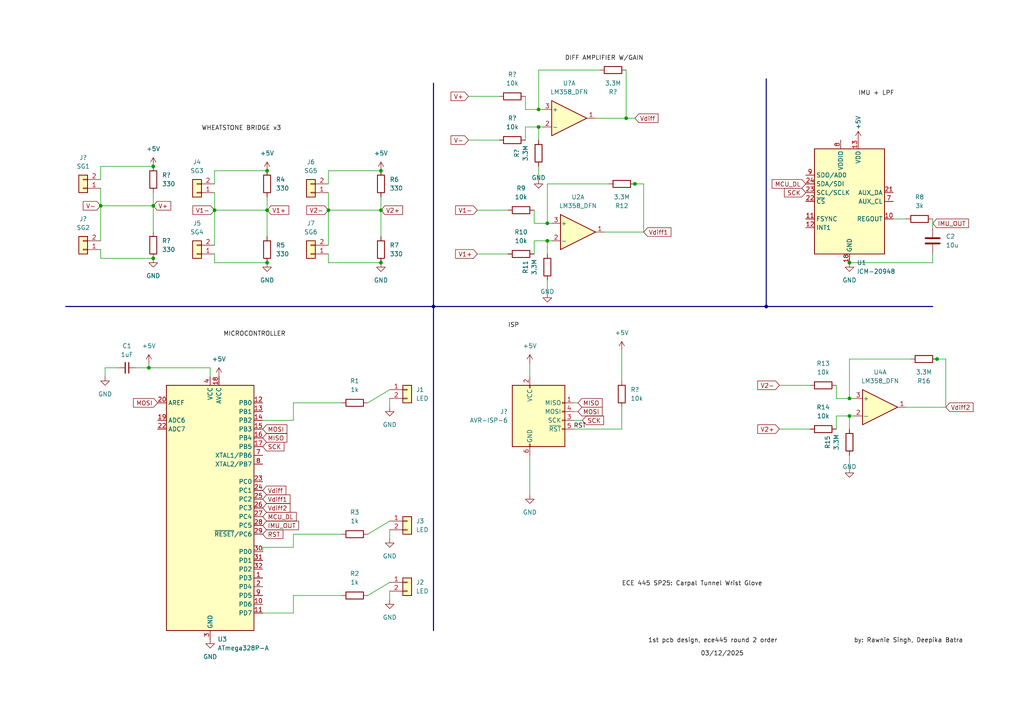
<source format=kicad_sch>
(kicad_sch (version 20250114) (generator "eeschema") (generator_version "9.0")
  (paper "A4")
  (lib_symbols
    (symbol "Amplifier_Operational:LM358_DFN" (pin_names (offset 0.127))
      (property "Reference" "U" (at 0 5.08 0))
      (property "Value" "LM358_DFN" (at 0 -5.08 0))
      (symbol "LM358_DFN_1_1"
        (polyline (pts (xy -5.08 5.08) (xy 5.08 0) (xy -5.08 -5.08) (xy -5.08 5.08)) (stroke (width 0.254)) (fill (type background)))
        (pin input line (at -7.62 2.54 0) (length 2.54) (name "+") (number "3"))
        (pin input line (at -7.62 -2.54 0) (length 2.54) (name "-") (number "2"))
        (pin output line (at 7.62 0 180) (length 2.54) (name "~") (number "1"))
      )
      (symbol "LM358_DFN_2_1"
        (polyline (pts (xy -5.08 5.08) (xy 5.08 0) (xy -5.08 -5.08) (xy -5.08 5.08)) (stroke (width 0.254)) (fill (type background)))
        (pin input line (at -7.62 2.54 0) (length 2.54) (name "+") (number "5"))
        (pin input line (at -7.62 -2.54 0) (length 2.54) (name "-") (number "6"))
        (pin output line (at 7.62 0 180) (length 2.54) (name "~") (number "7"))
      )
      (symbol "LM358_DFN_3_1"
        (pin power_in line (at -2.54 7.62 270) (length 3.81) (name "V+") (number "8"))
        (pin power_in line (at -2.54 -7.62 90) (length 3.81) (name "V-") (number "4"))
        (pin power_in line (at 0 -7.62 90) (length 5.08) (name "PAD") (number "9"))
      )
    )
    (symbol "Connector:AVR-ISP-6" (pin_names (offset 1.016))
      (property "Reference" "J" (at -6.35 11.43 0))
      (property "Value" "AVR-ISP-6" (at 0 11.43 0))
      (symbol "AVR-ISP-6_0_1"
        (rectangle (start -2.667 10.16) (end -2.413 9.398))
        (rectangle (start -2.667 -6.858) (end -2.413 -7.62))
        (rectangle (start 7.62 10.16) (end -7.62 -7.62) (stroke (width 0.254)) (fill (type background)))
        (rectangle (start 7.62 5.207) (end 6.858 4.953))
        (rectangle (start 7.62 2.667) (end 6.858 2.413))
        (rectangle (start 7.62 0.127) (end 6.858 -0.127))
        (rectangle (start 7.62 -2.413) (end 6.858 -2.667))
      )
      (symbol "AVR-ISP-6_1_1"
        (pin passive line (at -2.54 12.7 270) (length 2.54) (name "VCC") (number "2"))
        (pin passive line (at -2.54 -10.16 90) (length 2.54) (name "GND") (number "6"))
        (pin passive line (at 10.16 5.08 180) (length 2.54) (name "MISO") (number "1"))
        (pin passive line (at 10.16 2.54 180) (length 2.54) (name "MOSI") (number "4"))
        (pin passive line (at 10.16 0 180) (length 2.54) (name "SCK") (number "3"))
        (pin passive line (at 10.16 -2.54 180) (length 2.54) (name "~{RST}") (number "5"))
      )
    )
    (symbol "Connector_Generic:Conn_01x02" (pin_names (offset 1.016) (hide yes))
      (property "Reference" "J" (at 0 2.54 0))
      (property "Value" "Conn_01x02" (at 0 -5.08 0))
      (symbol "Conn_01x02_1_1"
        (rectangle (start -1.27 1.27) (end 1.27 -3.81) (stroke (width 0.254)) (fill (type background)))
        (rectangle (start -1.27 0.127) (end 0 -0.127) (stroke (width 0.1524)))
        (rectangle (start -1.27 -2.413) (end 0 -2.667) (stroke (width 0.1524)))
        (pin passive line (at -5.08 0 0) (length 3.81) (name "Pin_1") (number "1"))
        (pin passive line (at -5.08 -2.54 0) (length 3.81) (name "Pin_2") (number "2"))
      )
    )
    (symbol "Device:C" (pin_numbers (hide yes)) (pin_names (offset 0.254))
      (property "Reference" "C" (at 0.635 2.54 0))
      (property "Value" "C" (at 0.635 -2.54 0))
      (symbol "C_0_1"
        (polyline (pts (xy -2.032 0.762) (xy 2.032 0.762)) (stroke (width 0.508)))
        (polyline (pts (xy -2.032 -0.762) (xy 2.032 -0.762)) (stroke (width 0.508)))
      )
      (symbol "C_1_1"
        (pin passive line (at 0 3.81 270) (length 2.794) (name "~") (number "1"))
        (pin passive line (at 0 -3.81 90) (length 2.794) (name "~") (number "2"))
      )
    )
    (symbol "Device:C_Small" (pin_numbers (hide yes)) (pin_names (offset 0.254) (hide yes))
      (property "Reference" "C" (at 0.254 1.778 0))
      (property "Value" "C_Small" (at 0.254 -2.032 0))
      (symbol "C_Small_0_1"
        (polyline (pts (xy -1.524 0.508) (xy 1.524 0.508)) (stroke (width 0.3048)))
        (polyline (pts (xy -1.524 -0.508) (xy 1.524 -0.508)) (stroke (width 0.3302)))
      )
      (symbol "C_Small_1_1"
        (pin passive line (at 0 2.54 270) (length 2.032) (name "~") (number "1"))
        (pin passive line (at 0 -2.54 90) (length 2.032) (name "~") (number "2"))
      )
    )
    (symbol "Device:R" (pin_numbers (hide yes)) (pin_names (offset 0))
      (property "Reference" "R" (at 2.032 0 90))
      (property "Value" "R" (at 0 0 90))
      (symbol "R_0_1"
        (rectangle (start -1.016 -2.54) (end 1.016 2.54) (stroke (width 0.254)))
      )
      (symbol "R_1_1"
        (pin passive line (at 0 3.81 270) (length 1.27) (name "~") (number "1"))
        (pin passive line (at 0 -3.81 90) (length 1.27) (name "~") (number "2"))
      )
    )
    (symbol "GND_1" (power) (pin_numbers (hide yes)) (pin_names (offset 0) (hide yes))
      (property "Value" "GND" (at 0 -3.81 0))
      (symbol "GND_1_0_1"
        (polyline (pts (xy 0 0) (xy 0 -1.27) (xy 1.27 -1.27) (xy 0 -2.54) (xy -1.27 -1.27) (xy 0 -1.27)))
      )
      (symbol "GND_1_1_1"
        (pin power_in line (at 0 0 270) (length 0) (name "~") (number "1"))
      )
    )
    (symbol "GND_2" (power) (pin_numbers (hide yes)) (pin_names (offset 0) (hide yes))
      (property "Value" "GND" (at 0 -3.81 0))
      (symbol "GND_2_0_1"
        (polyline (pts (xy 0 0) (xy 0 -1.27) (xy 1.27 -1.27) (xy 0 -2.54) (xy -1.27 -1.27) (xy 0 -1.27)))
      )
      (symbol "GND_2_1_1"
        (pin power_in line (at 0 0 270) (length 0) (name "~") (number "1"))
      )
    )
    (symbol "MCU_Microchip_ATmega:ATmega328P-A"
      (property "Reference" "U" (at -12.7 36.83 0))
      (property "Value" "ATmega328P-A" (at 2.54 -36.83 0))
      (symbol "ATmega328P-A_0_1"
        (rectangle (start -12.7 -35.56) (end 12.7 35.56) (stroke (width 0.254)) (fill (type background)))
      )
      (symbol "ATmega328P-A_1_1"
        (pin passive line (at -15.24 30.48 0) (length 2.54) (name "AREF") (number "20"))
        (pin input line (at -15.24 25.4 0) (length 2.54) (name "ADC6") (number "19"))
        (pin input line (at -15.24 22.86 0) (length 2.54) (name "ADC7") (number "22"))
        (pin power_in line (at 0 38.1 270) (length 2.54) (name "VCC") (number "4"))
        (pin passive line (at 0 38.1 270) (length 2.54) (hide yes) (name "VCC") (number "6"))
        (pin passive line (at 0 -38.1 90) (length 2.54) (hide yes) (name "GND") (number "21"))
        (pin power_in line (at 0 -38.1 90) (length 2.54) (name "GND") (number "3"))
        (pin passive line (at 0 -38.1 90) (length 2.54) (hide yes) (name "GND") (number "5"))
        (pin power_in line (at 2.54 38.1 270) (length 2.54) (name "AVCC") (number "18"))
        (pin bidirectional line (at 15.24 30.48 180) (length 2.54) (name "PB0") (number "12"))
        (pin bidirectional line (at 15.24 27.94 180) (length 2.54) (name "PB1") (number "13"))
        (pin bidirectional line (at 15.24 25.4 180) (length 2.54) (name "PB2") (number "14"))
        (pin bidirectional line (at 15.24 22.86 180) (length 2.54) (name "PB3") (number "15"))
        (pin bidirectional line (at 15.24 20.32 180) (length 2.54) (name "PB4") (number "16"))
        (pin bidirectional line (at 15.24 17.78 180) (length 2.54) (name "PB5") (number "17"))
        (pin bidirectional line (at 15.24 15.24 180) (length 2.54) (name "XTAL1/PB6") (number "7"))
        (pin bidirectional line (at 15.24 12.7 180) (length 2.54) (name "XTAL2/PB7") (number "8"))
        (pin bidirectional line (at 15.24 7.62 180) (length 2.54) (name "PC0") (number "23"))
        (pin bidirectional line (at 15.24 5.08 180) (length 2.54) (name "PC1") (number "24"))
        (pin bidirectional line (at 15.24 2.54 180) (length 2.54) (name "PC2") (number "25"))
        (pin bidirectional line (at 15.24 0 180) (length 2.54) (name "PC3") (number "26"))
        (pin bidirectional line (at 15.24 -2.54 180) (length 2.54) (name "PC4") (number "27"))
        (pin bidirectional line (at 15.24 -5.08 180) (length 2.54) (name "PC5") (number "28"))
        (pin bidirectional line (at 15.24 -7.62 180) (length 2.54) (name "~{RESET}/PC6") (number "29"))
        (pin bidirectional line (at 15.24 -12.7 180) (length 2.54) (name "PD0") (number "30"))
        (pin bidirectional line (at 15.24 -15.24 180) (length 2.54) (name "PD1") (number "31"))
        (pin bidirectional line (at 15.24 -17.78 180) (length 2.54) (name "PD2") (number "32"))
        (pin bidirectional line (at 15.24 -20.32 180) (length 2.54) (name "PD3") (number "1"))
        (pin bidirectional line (at 15.24 -22.86 180) (length 2.54) (name "PD4") (number "2"))
        (pin bidirectional line (at 15.24 -25.4 180) (length 2.54) (name "PD5") (number "9"))
        (pin bidirectional line (at 15.24 -27.94 180) (length 2.54) (name "PD6") (number "10"))
        (pin bidirectional line (at 15.24 -30.48 180) (length 2.54) (name "PD7") (number "11"))
      )
    )
    (symbol "Sensor_Motion:ICM-20948"
      (property "Reference" "U" (at -11.43 16.51 0))
      (property "Value" "ICM-20948" (at 7.62 -16.51 0))
      (symbol "ICM-20948_0_1"
        (rectangle (start -10.16 15.24) (end 10.16 -15.24) (stroke (width 0.254)) (fill (type background)))
      )
      (symbol "ICM-20948_1_1"
        (pin bidirectional line (at -12.7 7.62 0) (length 2.54) (name "SDO/AD0") (number "9"))
        (pin bidirectional line (at -12.7 5.08 0) (length 2.54) (name "SDA/SDI") (number "24"))
        (pin input line (at -12.7 2.54 0) (length 2.54) (name "SCL/SCLK") (number "23"))
        (pin input line (at -12.7 0 0) (length 2.54) (name "~{CS}") (number "22"))
        (pin input line (at -12.7 -5.08 0) (length 2.54) (name "FSYNC") (number "11"))
        (pin output line (at -12.7 -7.62 0) (length 2.54) (name "INT1") (number "12"))
        (pin no_connect line (at -10.16 12.7 0) (length 2.54) (hide yes) (name "NC") (number "1"))
        (pin no_connect line (at -10.16 10.16 0) (length 2.54) (hide yes) (name "NC") (number "2"))
        (pin no_connect line (at -10.16 -2.54 0) (length 2.54) (hide yes) (name "NC") (number "3"))
        (pin no_connect line (at -10.16 -10.16 0) (length 2.54) (hide yes) (name "NC") (number "4"))
        (pin no_connect line (at -10.16 -12.7 0) (length 2.54) (hide yes) (name "NC") (number "5"))
        (pin power_in line (at -2.54 17.78 270) (length 2.54) (name "VDDIO") (number "8"))
        (pin power_in line (at 0 -17.78 90) (length 2.54) (name "GND") (number "18"))
        (pin passive line (at 0 -17.78 90) (length 2.54) (hide yes) (name "GND") (number "20"))
        (pin power_in line (at 2.54 17.78 270) (length 2.54) (name "VDD") (number "13"))
        (pin no_connect line (at 10.16 10.16 180) (length 2.54) (hide yes) (name "NC") (number "6"))
        (pin no_connect line (at 10.16 7.62 180) (length 2.54) (hide yes) (name "NC") (number "14"))
        (pin no_connect line (at 10.16 5.08 180) (length 2.54) (hide yes) (name "NC") (number "15"))
        (pin no_connect line (at 10.16 -7.62 180) (length 2.54) (hide yes) (name "NC") (number "16"))
        (pin no_connect line (at 10.16 -10.16 180) (length 2.54) (hide yes) (name "NC") (number "17"))
        (pin no_connect line (at 10.16 -12.7 180) (length 2.54) (hide yes) (name "RESV") (number "19"))
        (pin bidirectional line (at 12.7 2.54 180) (length 2.54) (name "AUX_DA") (number "21"))
        (pin output line (at 12.7 0 180) (length 2.54) (name "AUX_CL") (number "7"))
        (pin passive line (at 12.7 -5.08 180) (length 2.54) (name "REGOUT") (number "10"))
      )
    )
    (symbol "power:+5V" (power) (pin_names (offset 0))
      (property "Value" "+5V" (at 0 3.556 0))
      (symbol "+5V_0_1"
        (polyline (pts (xy -0.762 1.27) (xy 0 2.54)))
        (polyline (pts (xy 0 2.54) (xy 0.762 1.27)))
        (polyline (pts (xy 0 0) (xy 0 2.54)))
      )
      (symbol "+5V_1_1"
        (pin power_in line (at 0 0 90) (length 0) (hide yes) (name "+5V") (number "1"))
      )
    )
    (symbol "power:GND" (power) (pin_names (offset 0))
      (property "Value" "GND" (at 0 -3.81 0))
      (symbol "GND_0_1"
        (polyline (pts (xy 0 0) (xy 0 -1.27) (xy 1.27 -1.27) (xy 0 -2.54) (xy -1.27 -1.27) (xy 0 -1.27)))
      )
      (symbol "GND_1_1"
        (pin power_in line (at 0 0 270) (length 0) (hide yes) (name "GND") (number "1"))
      )
    )
  )
  (junction (at 95.25 60.96))
  (junction (at 44.45 59.69))
  (junction (at 246.38 120.65))
  (junction (at 44.45 74.93))
  (junction (at 110.49 49.53))
  (junction (at 29.21 59.69))
  (junction (at 156.21 31.75))
  (junction (at 44.45 48.26))
  (junction (at 222.25 88.9))
  (junction (at 184.15 53.34))
  (junction (at 156.21 36.83))
  (junction (at 77.47 49.53))
  (junction (at 110.49 60.96))
  (junction (at 158.75 64.77))
  (junction (at 110.49 76.2))
  (junction (at 62.23 60.96))
  (junction (at 43.18 106.68))
  (junction (at 181.61 34.29))
  (junction (at 246.38 76.2))
  (junction (at 77.47 76.2))
  (junction (at 158.75 69.85))
  (junction (at 125.73 88.9))
  (junction (at 271.78 104.14))
  (junction (at 246.38 115.57))
  (junction (at 77.47 60.96))
  (wire (pts (xy 138.43 60.96) (xy 147.32 60.96)))
  (wire (pts (xy 29.21 48.26) (xy 29.21 52.07)))
  (wire (pts (xy 167.64 119.38) (xy 166.37 119.38)))
  (wire (pts (xy 62.23 49.53) (xy 62.23 53.34)))
  (wire (pts (xy 270.51 104.14) (xy 271.78 104.14)))
  (wire (pts (xy 95.25 73.66) (xy 95.25 76.2)))
  (wire (pts (xy 153.67 105.41) (xy 153.67 109.22)))
  (wire (pts (xy 158.75 53.34) (xy 158.75 64.77)))
  (wire (pts (xy 246.38 120.65) (xy 247.65 120.65)))
  (wire (pts (xy 106.68 172.72) (xy 113.03 168.91)))
  (wire (pts (xy 172.72 34.29) (xy 181.61 34.29)))
  (wire (pts (xy 77.47 49.53) (xy 62.23 49.53)))
  (wire (pts (xy 158.75 69.85) (xy 160.02 69.85)))
  (wire (pts (xy 181.61 20.32) (xy 181.61 34.29)))
  (wire (pts (xy 158.75 53.34) (xy 176.53 53.34)))
  (wire (pts (xy 110.49 49.53) (xy 95.25 49.53)))
  (wire (pts (xy 274.32 104.14) (xy 274.32 118.11)))
  (wire (pts (xy 154.94 64.77) (xy 158.75 64.77)))
  (wire (pts (xy 158.75 69.85) (xy 158.75 73.66)))
  (wire (pts (xy 138.43 73.66) (xy 147.32 73.66)))
  (wire (pts (xy 85.09 158.75) (xy 76.2 158.75)))
  (wire (pts (xy 259.08 63.5) (xy 262.89 63.5)))
  (wire (pts (xy 85.09 154.94) (xy 85.09 158.75)))
  (wire (pts (xy 34.29 106.68) (xy 30.48 106.68)))
  (wire (pts (xy 43.18 105.41) (xy 43.18 106.68)))
  (wire (pts (xy 180.34 101.6) (xy 180.34 110.49)))
  (wire (pts (xy 29.21 74.93) (xy 44.45 74.93)))
  (wire (pts (xy 242.57 124.46) (xy 242.57 120.65)))
  (wire (pts (xy 181.61 34.29) (xy 184.15 34.29)))
  (wire (pts (xy 246.38 132.08) (xy 246.38 135.89)))
  (wire (pts (xy 156.21 20.32) (xy 156.21 31.75)))
  (wire (pts (xy 85.09 116.84) (xy 85.09 121.92)))
  (wire (pts (xy 62.23 60.96) (xy 62.23 71.12)))
  (bus (pts (xy 125.73 88.9) (xy 125.73 182.88)))
  (wire (pts (xy 242.57 120.65) (xy 246.38 120.65)))
  (wire (pts (xy 154.94 73.66) (xy 154.94 69.85)))
  (wire (pts (xy 95.25 55.88) (xy 95.25 60.96)))
  (wire (pts (xy 85.09 121.92) (xy 76.2 121.92)))
  (wire (pts (xy 106.68 116.84) (xy 113.03 113.03)))
  (wire (pts (xy 184.15 53.34) (xy 186.69 53.34)))
  (wire (pts (xy 110.49 60.96) (xy 95.25 60.96)))
  (wire (pts (xy 39.37 106.68) (xy 43.18 106.68)))
  (wire (pts (xy 135.89 40.64) (xy 144.78 40.64)))
  (wire (pts (xy 246.38 104.14) (xy 264.16 104.14)))
  (wire (pts (xy 106.68 154.94) (xy 113.03 151.13)))
  (wire (pts (xy 95.25 49.53) (xy 95.25 53.34)))
  (wire (pts (xy 156.21 48.26) (xy 156.21 52.07)))
  (wire (pts (xy 226.06 124.46) (xy 234.95 124.46)))
  (wire (pts (xy 110.49 60.96) (xy 110.49 68.58)))
  (wire (pts (xy 270.51 63.5) (xy 270.51 66.04)))
  (wire (pts (xy 85.09 172.72) (xy 99.06 172.72)))
  (wire (pts (xy 113.03 171.45) (xy 113.03 173.99)))
  (wire (pts (xy 77.47 57.15) (xy 77.47 60.96)))
  (wire (pts (xy 29.21 72.39) (xy 29.21 74.93)))
  (wire (pts (xy 271.78 104.14) (xy 274.32 104.14)))
  (bus (pts (xy 125.73 24.13) (xy 125.73 88.9)))
  (wire (pts (xy 85.09 172.72) (xy 85.09 177.8)))
  (wire (pts (xy 246.38 120.65) (xy 246.38 124.46)))
  (wire (pts (xy 158.75 81.28) (xy 158.75 85.09)))
  (wire (pts (xy 156.21 20.32) (xy 173.99 20.32)))
  (wire (pts (xy 270.51 73.66) (xy 270.51 76.2)))
  (wire (pts (xy 156.21 36.83) (xy 157.48 36.83)))
  (wire (pts (xy 77.47 60.96) (xy 77.47 68.58)))
  (wire (pts (xy 274.32 118.11) (xy 262.89 118.11)))
  (wire (pts (xy 85.09 177.8) (xy 76.2 177.8)))
  (wire (pts (xy 76.2 158.75) (xy 76.2 160.02)))
  (wire (pts (xy 62.23 55.88) (xy 62.23 60.96)))
  (wire (pts (xy 182.88 53.34) (xy 184.15 53.34)))
  (bus (pts (xy 222.25 22.86) (xy 222.25 88.9)))
  (wire (pts (xy 242.57 115.57) (xy 246.38 115.57)))
  (wire (pts (xy 158.75 64.77) (xy 160.02 64.77)))
  (wire (pts (xy 44.45 59.69) (xy 44.45 67.31)))
  (wire (pts (xy 30.48 106.68) (xy 30.48 109.22)))
  (wire (pts (xy 156.21 31.75) (xy 157.48 31.75)))
  (wire (pts (xy 44.45 48.26) (xy 29.21 48.26)))
  (wire (pts (xy 166.37 121.92) (xy 168.91 121.92)))
  (wire (pts (xy 242.57 111.76) (xy 242.57 115.57)))
  (wire (pts (xy 60.96 106.68) (xy 60.96 109.22)))
  (wire (pts (xy 186.69 67.31) (xy 175.26 67.31)))
  (wire (pts (xy 152.4 31.75) (xy 156.21 31.75)))
  (wire (pts (xy 29.21 59.69) (xy 29.21 69.85)))
  (bus (pts (xy 222.25 88.9) (xy 270.51 88.9)))
  (wire (pts (xy 95.25 60.96) (xy 95.25 71.12)))
  (wire (pts (xy 166.37 124.46) (xy 180.34 124.46)))
  (wire (pts (xy 77.47 60.96) (xy 62.23 60.96)))
  (wire (pts (xy 44.45 59.69) (xy 29.21 59.69)))
  (wire (pts (xy 152.4 27.94) (xy 152.4 31.75)))
  (wire (pts (xy 62.23 73.66) (xy 62.23 76.2)))
  (wire (pts (xy 154.94 69.85) (xy 158.75 69.85)))
  (wire (pts (xy 60.96 106.68) (xy 43.18 106.68)))
  (wire (pts (xy 62.23 76.2) (xy 77.47 76.2)))
  (wire (pts (xy 246.38 115.57) (xy 247.65 115.57)))
  (wire (pts (xy 153.67 132.08) (xy 153.67 143.51)))
  (wire (pts (xy 113.03 153.67) (xy 113.03 156.21)))
  (wire (pts (xy 180.34 124.46) (xy 180.34 118.11)))
  (wire (pts (xy 85.09 154.94) (xy 99.06 154.94)))
  (wire (pts (xy 85.09 116.84) (xy 99.06 116.84)))
  (wire (pts (xy 110.49 57.15) (xy 110.49 60.96)))
  (wire (pts (xy 186.69 53.34) (xy 186.69 67.31)))
  (wire (pts (xy 152.4 36.83) (xy 156.21 36.83)))
  (bus (pts (xy 125.73 88.9) (xy 222.25 88.9)))
  (wire (pts (xy 246.38 104.14) (xy 246.38 115.57)))
  (wire (pts (xy 135.89 27.94) (xy 144.78 27.94)))
  (wire (pts (xy 270.51 76.2) (xy 246.38 76.2)))
  (wire (pts (xy 152.4 40.64) (xy 152.4 36.83)))
  (wire (pts (xy 156.21 36.83) (xy 156.21 40.64)))
  (wire (pts (xy 113.03 115.57) (xy 113.03 118.11)))
  (wire (pts (xy 29.21 54.61) (xy 29.21 59.69)))
  (wire (pts (xy 154.94 60.96) (xy 154.94 64.77)))
  (wire (pts (xy 44.45 55.88) (xy 44.45 59.69)))
  (bus (pts (xy 19.05 88.9) (xy 125.73 88.9)))
  (wire (pts (xy 167.64 116.84) (xy 166.37 116.84)))
  (wire (pts (xy 226.06 111.76) (xy 234.95 111.76)))
  (wire (pts (xy 95.25 76.2) (xy 110.49 76.2)))
  (label "03{slash}12{slash}2025" (at 203.2 190.5 0))
  (label "WHEATSTONE BRIDGE x3" (at 58.42 38.1 0))
  (label "RST" (at 166.37 124.46 0))
  (label "MICROCONTROLLER" (at 64.77 97.79 0))
  (label "1st pcb design, ece445 round 2 order" (at 187.96 186.69 0))
  (label "IMU + LPF" (at 248.92 27.94 0))
  (label "ECE 445 SP25: Carpal Tunnel Wrist Glove" (at 180.34 170.18 0))
  (label "ISP" (at 147.32 95.25 0))
  (label "DIFF AMPLIFIER W{slash}GAIN" (at 163.83 17.78 0))
  (label "by: Rawnie Singh, Deepika Batra" (at 247.65 186.69 0))
  (global_label "MCU_DL" (shape input) (at 76.2 149.86 0) (property "Intersheetrefs" "${INTERSHEET_REFS}" (effects (hide yes))))
  (global_label "MOSI" (shape input) (at 167.64 119.38 0) (property "Intersheetrefs" "${INTERSHEET_REFS}" (effects (hide yes))))
  (global_label "Vdiff1" (shape input) (at 186.69 67.31 0) (property "Intersheetrefs" "${INTERSHEET_REFS}" (effects (hide yes))))
  (global_label "IMU_OUT" (shape input) (at 76.2 152.4 0) (property "Intersheetrefs" "${INTERSHEET_REFS}" (effects (hide yes))))
  (global_label "Vdiff2" (shape input) (at 76.2 147.32 0) (property "Intersheetrefs" "${INTERSHEET_REFS}" (effects (hide yes))))
  (global_label "V1+" (shape input) (at 138.43 73.66 180) (property "Intersheetrefs" "${INTERSHEET_REFS}" (effects (hide yes))))
  (global_label "MISO" (shape input) (at 167.64 116.84 0) (property "Intersheetrefs" "${INTERSHEET_REFS}" (effects (hide yes))))
  (global_label "V2-" (shape input) (at 95.25 60.96 180) (property "Intersheetrefs" "${INTERSHEET_REFS}" (effects (hide yes))))
  (global_label "V-" (shape input) (at 135.89 40.64 180) (property "Intersheetrefs" "${INTERSHEET_REFS}" (effects (hide yes))))
  (global_label "V-" (shape input) (at 29.21 59.69 180) (property "Intersheetrefs" "${INTERSHEET_REFS}" (effects (hide yes))))
  (global_label "Vdiff" (shape input) (at 76.2 142.24 0) (property "Intersheetrefs" "${INTERSHEET_REFS}" (effects (hide yes))))
  (global_label "SCK" (shape input) (at 168.91 121.92 0) (property "Intersheetrefs" "${INTERSHEET_REFS}" (effects (hide yes))))
  (global_label "SCK" (shape input) (at 76.2 129.54 0) (property "Intersheetrefs" "${INTERSHEET_REFS}" (effects (hide yes))))
  (global_label "MCU_DL" (shape input) (at 233.68 53.34 180) (property "Intersheetrefs" "${INTERSHEET_REFS}" (effects (hide yes))))
  (global_label "RST" (shape input) (at 76.2 154.94 0) (property "Intersheetrefs" "${INTERSHEET_REFS}" (effects (hide yes))))
  (global_label "Vdiff1" (shape input) (at 76.2 144.78 0) (property "Intersheetrefs" "${INTERSHEET_REFS}" (effects (hide yes))))
  (global_label "V+" (shape input) (at 135.89 27.94 180) (property "Intersheetrefs" "${INTERSHEET_REFS}" (effects (hide yes))))
  (global_label "V2+" (shape input) (at 226.06 124.46 180) (property "Intersheetrefs" "${INTERSHEET_REFS}" (effects (hide yes))))
  (global_label "V+" (shape input) (at 44.45 59.69 0) (property "Intersheetrefs" "${INTERSHEET_REFS}" (effects (hide yes))))
  (global_label "Vdiff" (shape input) (at 184.15 34.29 0) (property "Intersheetrefs" "${INTERSHEET_REFS}" (effects (hide yes))))
  (global_label "MOSI" (shape input) (at 76.2 124.46 0) (property "Intersheetrefs" "${INTERSHEET_REFS}" (effects (hide yes))))
  (global_label "MOSI" (shape input) (at 45.72 116.84 180) (property "Intersheetrefs" "${INTERSHEET_REFS}" (effects (hide yes))))
  (global_label "V2+" (shape input) (at 110.49 60.96 0) (property "Intersheetrefs" "${INTERSHEET_REFS}" (effects (hide yes))))
  (global_label "SCK" (shape input) (at 233.68 55.88 180) (property "Intersheetrefs" "${INTERSHEET_REFS}" (effects (hide yes))))
  (global_label "MISO" (shape input) (at 76.2 127 0) (property "Intersheetrefs" "${INTERSHEET_REFS}" (effects (hide yes))))
  (global_label "V2-" (shape input) (at 226.06 111.76 180) (property "Intersheetrefs" "${INTERSHEET_REFS}" (effects (hide yes))))
  (global_label "V1-" (shape input) (at 62.23 60.96 180) (property "Intersheetrefs" "${INTERSHEET_REFS}" (effects (hide yes))))
  (global_label "IMU_OUT" (shape input) (at 270.51 64.77 0) (property "Intersheetrefs" "${INTERSHEET_REFS}" (effects (hide yes))))
  (global_label "V1+" (shape input) (at 77.47 60.96 0) (property "Intersheetrefs" "${INTERSHEET_REFS}" (effects (hide yes))))
  (global_label "V1-" (shape input) (at 138.43 60.96 180) (property "Intersheetrefs" "${INTERSHEET_REFS}" (effects (hide yes))))
  (global_label "Vdiff2" (shape input) (at 274.32 118.11 0) (property "Intersheetrefs" "${INTERSHEET_REFS}" (effects (hide yes))))
  (symbol (lib_id "Device:R") (at 246.38 128.27 180) (unit 1)
    (property "Reference" "R15" (at 240.03 128.27 90))
    (property "Value" "3.3M" (at 242.57 128.27 90))
    (property "Footprint" "Resistor_SMD:R_0805_2012Metric_Pad1.20x1.40mm_HandSolder" (effects (hide yes)))
  )
  (symbol (lib_id "power:+5V") (at 110.49 49.53 0) (unit 1)
    (property "Reference" "#PWR09" (effects (hide yes)))
    (property "Value" "+5V" (at 110.49 44.45 0))
  )
  (symbol (lib_id "Amplifier_Operational:LM358_DFN") (at 255.27 118.11 0) (unit 1)
    (property "Reference" "U4" (at 255.27 107.95 0))
    (property "Value" "LM358_DFN" (at 255.27 110.49 0))
    (property "Footprint" "Package_DFN_QFN:DFN-8-1EP_2x2mm_P0.5mm_EP1.05x1.75mm" (effects (hide yes)))
    (property "Datasheet" "www.st.com/resource/en/datasheet/lm358.pdf" (effects (hide yes)))
  )
  (symbol (lib_id "Device:R") (at 110.49 72.39 0) (unit 1)
    (property "Reference" "R7" (at 113.03 71.1199 0) (effects (justify left)))
    (property "Value" "330" (at 113.03 73.6599 0) (effects (justify left)))
    (property "Footprint" "Resistor_SMD:R_0805_2012Metric_Pad1.20x1.40mm_HandSolder" (effects (hide yes)))
  )
  (symbol (lib_id "power:GND") (at 156.21 52.07 0) (unit 1)
    (property "Reference" "#PWR?" (effects (hide yes)))
    (property "Value" "GND" (at 156.21 51.562 0))
  )
  (symbol (lib_id "power:+5V") (at 153.67 105.41 0) (unit 1)
    (property "Reference" "#PWR?" (effects (hide yes)))
    (property "Value" "+5V" (at 153.67 100.33 0))
  )
  (symbol (lib_id "Connector_Generic:Conn_01x02") (at 24.13 54.61 180) (unit 1)
    (property "Reference" "J?" (at 24.13 45.72 0))
    (property "Value" "SG1" (at 24.13 48.26 0))
    (property "Footprint" "Connector_Molex:Molex_KK-254_AE-6410-02A_1x02_P2.54mm_Vertical" (effects (hide yes)))
  )
  (symbol (lib_id "Device:R") (at 158.75 77.47 180) (unit 1)
    (property "Reference" "R11" (at 152.4 77.47 90))
    (property "Value" "3.3M" (at 154.94 77.47 90))
    (property "Footprint" "Resistor_SMD:R_0805_2012Metric_Pad1.20x1.40mm_HandSolder" (effects (hide yes)))
  )
  (symbol (lib_id "Device:R") (at 77.47 53.34 0) (unit 1)
    (property "Reference" "R4" (at 80.01 52.0699 0) (effects (justify left)))
    (property "Value" "330" (at 80.01 54.6099 0) (effects (justify left)))
    (property "Footprint" "Resistor_SMD:R_0805_2012Metric_Pad1.20x1.40mm_HandSolder" (effects (hide yes)))
  )
  (symbol (lib_id "Device:C") (at 270.51 69.85 0) (unit 1)
    (property "Reference" "C2" (at 274.32 68.5799 0) (effects (justify left)))
    (property "Value" "10u" (at 274.32 71.1199 0) (effects (justify left)))
    (property "Description" "Unpolarized capacitor" (effects (hide yes)))
  )
  (symbol (lib_id "power:GND") (at 110.49 76.2 0) (unit 1)
    (property "Reference" "#PWR010" (effects (hide yes)))
    (property "Value" "GND" (at 110.49 81.28 0))
  )
  (symbol (lib_id "Device:R") (at 267.97 104.14 270) (unit 1)
    (property "Reference" "R16" (at 267.97 110.49 90))
    (property "Value" "3.3M" (at 267.97 107.95 90))
    (property "Footprint" "Resistor_SMD:R_0805_2012Metric_Pad1.20x1.40mm_HandSolder" (effects (hide yes)))
  )
  (symbol (lib_id "power:+5V") (at 43.18 105.41 0) (unit 1)
    (property "Reference" "#PWR01" (effects (hide yes)))
    (property "Value" "+5V" (at 43.18 100.33 0))
  )
  (symbol (lib_id "Device:R") (at 238.76 111.76 90) (unit 1)
    (property "Reference" "R13" (at 238.76 105.41 90))
    (property "Value" "10k" (at 238.76 107.95 90))
    (property "Footprint" "Resistor_SMD:R_0805_2012Metric_Pad1.20x1.40mm_HandSolder" (effects (hide yes)))
  )
  (symbol (lib_id "power:GND") (at 77.47 76.2 0) (unit 1)
    (property "Reference" "#PWR08" (effects (hide yes)))
    (property "Value" "GND" (at 77.47 81.28 0))
  )
  (symbol (lib_id "Device:R") (at 44.45 71.12 0) (unit 1)
    (property "Reference" "R?" (at 46.99 69.8499 0) (effects (justify left)))
    (property "Value" "330" (at 46.99 72.3899 0) (effects (justify left)))
    (property "Footprint" "Resistor_SMD:R_0805_2012Metric_Pad1.20x1.40mm_HandSolder" (effects (hide yes)))
  )
  (symbol (lib_name "GND_2") (lib_id "power:GND") (at 246.38 76.2 0) (unit 1)
    (property "Reference" "#PWR012" (effects (hide yes)))
    (property "Value" "GND" (at 246.38 81.28 0))
    (property "Description" "Power symbol creates a global label with name \"GND\" , ground" (effects (hide yes)))
  )
  (symbol (lib_id "Device:R") (at 77.47 72.39 0) (unit 1)
    (property "Reference" "R5" (at 80.01 71.1199 0) (effects (justify left)))
    (property "Value" "330" (at 80.01 73.6599 0) (effects (justify left)))
    (property "Footprint" "Resistor_SMD:R_0805_2012Metric_Pad1.20x1.40mm_HandSolder" (effects (hide yes)))
  )
  (symbol (lib_id "Device:R") (at 151.13 73.66 90) (unit 1)
    (property "Reference" "R10" (at 151.13 67.31 90))
    (property "Value" "10k" (at 151.13 69.85 90))
    (property "Footprint" "Resistor_SMD:R_0805_2012Metric_Pad1.20x1.40mm_HandSolder" (effects (hide yes)))
  )
  (symbol (lib_id "Connector_Generic:Conn_01x02") (at 118.11 168.91 0) (unit 1)
    (property "Reference" "J2" (at 120.65 168.9099 0) (effects (justify left)))
    (property "Value" "LED" (at 120.65 171.4499 0) (effects (justify left)))
    (property "Footprint" "Connector_Molex:Molex_KK-254_AE-6410-02A_1x02_P2.54mm_Vertical" (effects (hide yes)))
  )
  (symbol (lib_id "Device:R") (at 102.87 172.72 90) (unit 1)
    (property "Reference" "R2" (at 102.87 166.37 90))
    (property "Value" "1k" (at 102.87 168.91 90))
    (property "Footprint" "Resistor_SMD:R_0805_2012Metric_Pad1.20x1.40mm_HandSolder" (effects (hide yes)))
  )
  (symbol (lib_id "Amplifier_Operational:LM358_DFN") (at 167.64 67.31 0) (unit 1)
    (property "Reference" "U2" (at 167.64 57.15 0))
    (property "Value" "LM358_DFN" (at 167.64 59.69 0))
    (property "Footprint" "Package_DFN_QFN:DFN-8-1EP_2x2mm_P0.5mm_EP1.05x1.75mm" (effects (hide yes)))
    (property "Datasheet" "www.st.com/resource/en/datasheet/lm358.pdf" (effects (hide yes)))
  )
  (symbol (lib_id "Device:R") (at 156.21 44.45 180) (unit 1)
    (property "Reference" "R?" (at 149.86 44.45 90))
    (property "Value" "3.3M" (at 152.4 44.45 90))
    (property "Footprint" "Resistor_SMD:R_0805_2012Metric_Pad1.20x1.40mm_HandSolder" (effects (hide yes)))
  )
  (symbol (lib_id "power:+5V") (at 63.5 109.22 0) (unit 1)
    (property "Reference" "#PWR013" (effects (hide yes)))
    (property "Value" "+5V" (at 63.5 104.14 0))
  )
  (symbol (lib_id "power:GND") (at 113.03 118.11 0) (unit 1)
    (property "Reference" "#PWR03" (effects (hide yes)))
    (property "Value" "GND" (at 113.03 123.19 0))
  )
  (symbol (lib_id "Device:R") (at 148.59 27.94 90) (unit 1)
    (property "Reference" "R?" (at 148.59 21.59 90))
    (property "Value" "10k" (at 148.59 24.13 90))
    (property "Footprint" "Resistor_SMD:R_0805_2012Metric_Pad1.20x1.40mm_HandSolder" (effects (hide yes)))
  )
  (symbol (lib_id "Sensor_Motion:ICM-20948") (at 246.38 58.42 0) (unit 1)
    (property "Reference" "U1" (at 248.5233 76.2 0) (effects (justify left)))
    (property "Value" "ICM-20948" (at 248.5233 78.74 0) (effects (justify left)))
    (property "Footprint" "Sensor_Motion:InvenSense_QFN-24_3x3mm_P0.4mm" (effects (hide yes)))
    (property "Datasheet" "http://www.invensense.com/wp-content/uploads/2016/06/DS-000189-ICM-20948-v1.3.pdf" (effects (hide yes)))
    (property "Description" "InvenSense 9-Axis Motion Sensor, Accelerometer, Gyroscope, Compass, I2C/SPI, QFN-24" (effects (hide yes)))
  )
  (symbol (lib_id "Connector_Generic:Conn_01x02") (at 90.17 73.66 180) (unit 1)
    (property "Reference" "J7" (at 90.17 64.77 0))
    (property "Value" "SG6" (at 90.17 67.31 0))
    (property "Footprint" "Connector_Molex:Molex_KK-254_AE-6410-02A_1x02_P2.54mm_Vertical" (effects (hide yes)))
  )
  (symbol (lib_id "Device:R") (at 102.87 154.94 90) (unit 1)
    (property "Reference" "R3" (at 102.87 148.59 90))
    (property "Value" "1k" (at 102.87 151.13 90))
    (property "Footprint" "Resistor_SMD:R_0805_2012Metric_Pad1.20x1.40mm_HandSolder" (effects (hide yes)))
  )
  (symbol (lib_id "Device:R") (at 102.87 116.84 90) (unit 1)
    (property "Reference" "R1" (at 102.87 110.49 90))
    (property "Value" "1k" (at 102.87 113.03 90))
    (property "Footprint" "Resistor_SMD:R_0805_2012Metric_Pad1.20x1.40mm_HandSolder" (effects (hide yes)))
  )
  (symbol (lib_id "Connector_Generic:Conn_01x02") (at 118.11 151.13 0) (unit 1)
    (property "Reference" "J3" (at 120.65 151.1299 0) (effects (justify left)))
    (property "Value" "LED" (at 120.65 153.6699 0) (effects (justify left)))
    (property "Footprint" "Connector_Molex:Molex_KK-254_AE-6410-02A_1x02_P2.54mm_Vertical" (effects (hide yes)))
  )
  (symbol (lib_id "Device:R") (at 177.8 20.32 270) (unit 1)
    (property "Reference" "R?" (at 177.8 26.67 90))
    (property "Value" "3.3M" (at 177.8 24.13 90))
    (property "Footprint" "Resistor_SMD:R_0805_2012Metric_Pad1.20x1.40mm_HandSolder" (effects (hide yes)))
  )
  (symbol (lib_id "power:GND") (at 44.45 74.93 0) (unit 1)
    (property "Reference" "#PWR?" (effects (hide yes)))
    (property "Value" "GND" (at 44.45 80.01 0))
  )
  (symbol (lib_id "Device:R") (at 44.45 52.07 0) (unit 1)
    (property "Reference" "R?" (at 46.99 50.7999 0) (effects (justify left)))
    (property "Value" "330" (at 46.99 53.3399 0) (effects (justify left)))
    (property "Footprint" "Resistor_SMD:R_0805_2012Metric_Pad1.20x1.40mm_HandSolder" (effects (hide yes)))
  )
  (symbol (lib_id "power:+5V") (at 77.47 49.53 0) (unit 1)
    (property "Reference" "#PWR07" (effects (hide yes)))
    (property "Value" "+5V" (at 77.47 44.45 0))
  )
  (symbol (lib_id "Device:R") (at 180.34 114.3 0) (unit 1)
    (property "Reference" "R?" (at 182.88 113.0299 0) (effects (justify left)))
    (property "Value" "10k" (at 182.88 115.5699 0) (effects (justify left)))
    (property "Footprint" "Resistor_SMD:R_0805_2012Metric_Pad1.20x1.40mm_HandSolder" (effects (hide yes)))
  )
  (symbol (lib_id "power:+5V") (at 180.34 101.6 0) (unit 1)
    (property "Reference" "#PWR?" (effects (hide yes)))
    (property "Value" "+5V" (at 180.34 96.52 0))
  )
  (symbol (lib_id "power:+5V") (at 248.92 40.64 0) (unit 1)
    (property "Reference" "#PWR011" (effects (hide yes)))
    (property "Value" "+5V" (at 248.92 35.56 90))
  )
  (symbol (lib_id "Connector_Generic:Conn_01x02") (at 24.13 72.39 180) (unit 1)
    (property "Reference" "J?" (at 24.13 63.5 0))
    (property "Value" "SG2" (at 24.13 66.04 0))
    (property "Footprint" "Connector_Molex:Molex_KK-254_AE-6410-02A_1x02_P2.54mm_Vertical" (effects (hide yes)))
  )
  (symbol (lib_id "Connector_Generic:Conn_01x02") (at 90.17 55.88 180) (unit 1)
    (property "Reference" "J6" (at 90.17 46.99 0))
    (property "Value" "SG5" (at 90.17 49.53 0))
    (property "Footprint" "Connector_Molex:Molex_KK-254_AE-6410-02A_1x02_P2.54mm_Vertical" (effects (hide yes)))
  )
  (symbol (lib_id "Device:R") (at 148.59 40.64 90) (unit 1)
    (property "Reference" "R?" (at 148.59 34.29 90))
    (property "Value" "10k" (at 148.59 36.83 90))
    (property "Footprint" "Resistor_SMD:R_0805_2012Metric_Pad1.20x1.40mm_HandSolder" (effects (hide yes)))
  )
  (symbol (lib_id "Device:R") (at 151.13 60.96 90) (unit 1)
    (property "Reference" "R9" (at 151.13 54.61 90))
    (property "Value" "10k" (at 151.13 57.15 90))
    (property "Footprint" "Resistor_SMD:R_0805_2012Metric_Pad1.20x1.40mm_HandSolder" (effects (hide yes)))
  )
  (symbol (lib_id "power:GND") (at 30.48 109.22 0) (unit 1)
    (property "Reference" "#PWR02" (effects (hide yes)))
    (property "Value" "GND" (at 30.48 114.3 0))
  )
  (symbol (lib_id "Connector_Generic:Conn_01x02") (at 57.15 73.66 180) (unit 1)
    (property "Reference" "J5" (at 57.15 64.77 0))
    (property "Value" "SG4" (at 57.15 67.31 0))
    (property "Footprint" "Connector_Molex:Molex_KK-254_AE-6410-02A_1x02_P2.54mm_Vertical" (effects (hide yes)))
  )
  (symbol (lib_id "power:+5V") (at 44.45 48.26 0) (unit 1)
    (property "Reference" "#PWR?" (effects (hide yes)))
    (property "Value" "+5V" (at 44.45 43.18 0))
  )
  (symbol (lib_id "power:GND") (at 113.03 173.99 0) (unit 1)
    (property "Reference" "#PWR04" (effects (hide yes)))
    (property "Value" "GND" (at 113.03 179.07 0))
  )
  (symbol (lib_id "Connector_Generic:Conn_01x02") (at 57.15 55.88 180) (unit 1)
    (property "Reference" "J4" (at 57.15 46.99 0))
    (property "Value" "SG3" (at 57.15 49.53 0))
    (property "Footprint" "Connector_Molex:Molex_KK-254_AE-6410-02A_1x02_P2.54mm_Vertical" (effects (hide yes)))
  )
  (symbol (lib_id "Connector:AVR-ISP-6") (at 156.21 121.92 0) (unit 1)
    (property "Reference" "J?" (at 147.32 119.3799 0) (effects (justify right)))
    (property "Value" "AVR-ISP-6" (at 147.32 121.9199 0) (effects (justify right)))
    (property "Footprint" "Connector_IDC:IDC-Header_2x03_P2.54mm_Vertical" (effects (hide yes)))
    (property "Datasheet" " ~" (effects (hide yes)))
  )
  (symbol (lib_id "Device:R") (at 238.76 124.46 90) (unit 1)
    (property "Reference" "R14" (at 238.76 118.11 90))
    (property "Value" "10k" (at 238.76 120.65 90))
    (property "Footprint" "Resistor_SMD:R_0805_2012Metric_Pad1.20x1.40mm_HandSolder" (effects (hide yes)))
  )
  (symbol (lib_id "power:GND") (at 153.67 143.51 0) (unit 1)
    (property "Reference" "#PWR?" (effects (hide yes)))
    (property "Value" "GND" (at 153.67 148.59 0))
  )
  (symbol (lib_name "GND_1") (lib_id "power:GND") (at 60.96 185.42 0) (unit 1)
    (property "Reference" "#PWR06" (effects (hide yes)))
    (property "Value" "GND" (at 60.96 190.5 0))
    (property "Description" "Power symbol creates a global label with name \"GND\" , ground" (effects (hide yes)))
  )
  (symbol (lib_id "Device:C_Small") (at 36.83 106.68 270) (unit 1)
    (property "Reference" "C1" (at 36.8236 100.33 90))
    (property "Value" "1uF" (at 36.8236 102.87 90))
    (property "Footprint" "Capacitor_SMD:C_0805_2012Metric_Pad1.18x1.45mm_HandSolder" (effects (hide yes)))
  )
  (symbol (lib_id "Amplifier_Operational:LM358_DFN") (at 165.1 34.29 0) (unit 1)
    (property "Reference" "U?" (at 165.1 24.13 0))
    (property "Value" "LM358_DFN" (at 165.1 26.67 0))
    (property "Footprint" "Package_DFN_QFN:DFN-8-1EP_2x2mm_P0.5mm_EP1.05x1.75mm" (effects (hide yes)))
    (property "Datasheet" "www.st.com/resource/en/datasheet/lm358.pdf" (effects (hide yes)))
  )
  (symbol (lib_id "MCU_Microchip_ATmega:ATmega328P-A") (at 60.96 147.32 0) (unit 1)
    (property "Reference" "U3" (at 63.1033 185.42 0) (effects (justify left)))
    (property "Value" "ATmega328P-A" (at 63.1033 187.96 0) (effects (justify left)))
    (property "Footprint" "Package_QFP:TQFP-32_7x7mm_P0.8mm" (effects (hide yes)))
    (property "Datasheet" "http://ww1.microchip.com/downloads/en/DeviceDoc/ATmega328_P%20AVR%20MCU%20with%20picoPower%20Technology%20Data%20Sheet%2040001984A.pdf" (effects (hide yes)))
    (property "Description" "20MHz, 32kB Flash, 2kB SRAM, 1kB EEPROM, TQFP-32" (effects (hide yes)))
  )
  (symbol (lib_id "Device:R") (at 266.7 63.5 270) (unit 1)
    (property "Reference" "R8" (at 266.7 57.15 90))
    (property "Value" "3k" (at 266.7 59.69 90))
    (property "Description" "Resistor" (effects (hide yes)))
  )
  (symbol (lib_id "power:GND") (at 113.03 156.21 0) (unit 1)
    (property "Reference" "#PWR05" (effects (hide yes)))
    (property "Value" "GND" (at 113.03 161.29 0))
  )
  (symbol (lib_id "power:GND") (at 158.75 85.09 0) (unit 1)
    (property "Reference" "#PWR014" (effects (hide yes)))
    (property "Value" "GND" (at 158.75 84.582 0))
  )
  (symbol (lib_id "Device:R") (at 110.49 53.34 0) (unit 1)
    (property "Reference" "R6" (at 113.03 52.0699 0) (effects (justify left)))
    (property "Value" "330" (at 113.03 54.6099 0) (effects (justify left)))
    (property "Footprint" "Resistor_SMD:R_0805_2012Metric_Pad1.20x1.40mm_HandSolder" (effects (hide yes)))
  )
  (symbol (lib_id "Connector_Generic:Conn_01x02") (at 118.11 113.03 0) (unit 1)
    (property "Reference" "J1" (at 120.65 113.0299 0) (effects (justify left)))
    (property "Value" "LED" (at 120.65 115.5699 0) (effects (justify left)))
    (property "Footprint" "Connector_Molex:Molex_KK-254_AE-6410-02A_1x02_P2.54mm_Vertical" (effects (hide yes)))
  )
  (symbol (lib_id "power:GND") (at 246.38 135.89 0) (unit 1)
    (property "Reference" "#PWR016" (effects (hide yes)))
    (property "Value" "GND" (at 246.38 135.382 0))
  )
  (symbol (lib_id "Device:R") (at 180.34 53.34 270) (unit 1)
    (property "Reference" "R12" (at 180.34 59.69 90))
    (property "Value" "3.3M" (at 180.34 57.15 90))
    (property "Footprint" "Resistor_SMD:R_0805_2012Metric_Pad1.20x1.40mm_HandSolder" (effects (hide yes)))
  )
)
</source>
